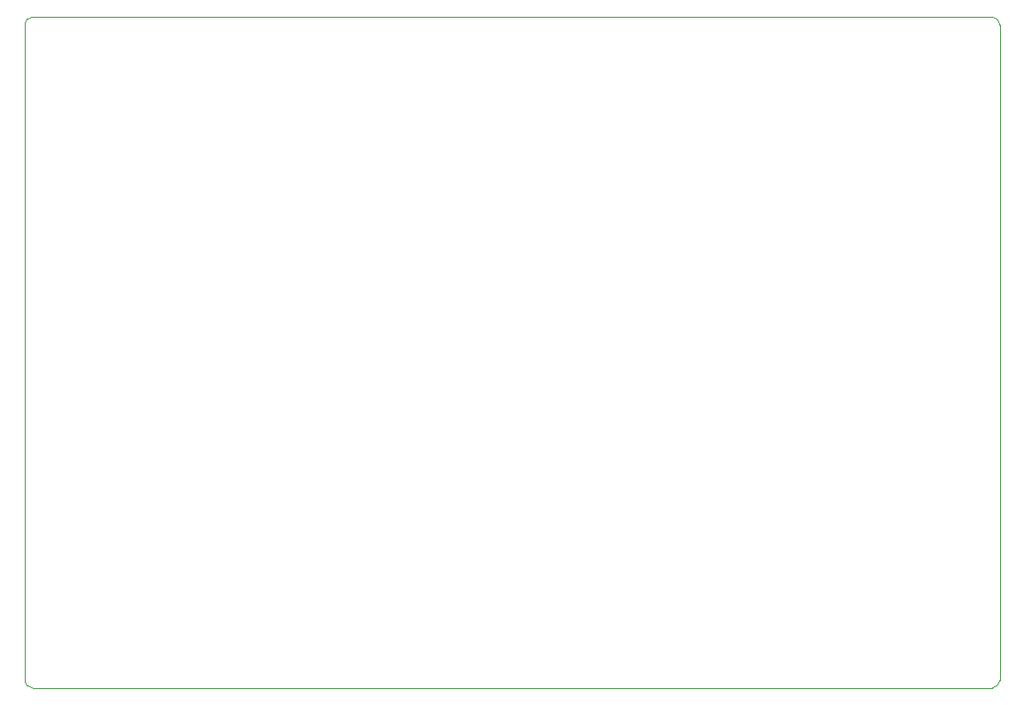
<source format=gbr>
%TF.GenerationSoftware,KiCad,Pcbnew,(5.1.10)-1*%
%TF.CreationDate,2021-09-08T13:29:56-05:00*%
%TF.ProjectId,gd protoboard pcb,67642070-726f-4746-9f62-6f6172642070,rev?*%
%TF.SameCoordinates,Original*%
%TF.FileFunction,Profile,NP*%
%FSLAX46Y46*%
G04 Gerber Fmt 4.6, Leading zero omitted, Abs format (unit mm)*
G04 Created by KiCad (PCBNEW (5.1.10)-1) date 2021-09-08 13:29:56*
%MOMM*%
%LPD*%
G01*
G04 APERTURE LIST*
%TA.AperFunction,Profile*%
%ADD10C,0.050000*%
%TD*%
G04 APERTURE END LIST*
D10*
X108077000Y-68834000D02*
X199771000Y-68834000D01*
X200533000Y-132207000D02*
G75*
G02*
X199771000Y-132969000I-762000J0D01*
G01*
X199771000Y-68834000D02*
G75*
G02*
X200533000Y-69596000I0J-762000D01*
G01*
X107315000Y-69596000D02*
G75*
G02*
X108077000Y-68834000I762000J0D01*
G01*
X108077000Y-132969000D02*
G75*
G02*
X107315000Y-132207000I0J762000D01*
G01*
X107315000Y-132207000D02*
X107315000Y-69596000D01*
X199771000Y-132969000D02*
X108077000Y-132969000D01*
X200533000Y-69596000D02*
X200533000Y-132207000D01*
M02*

</source>
